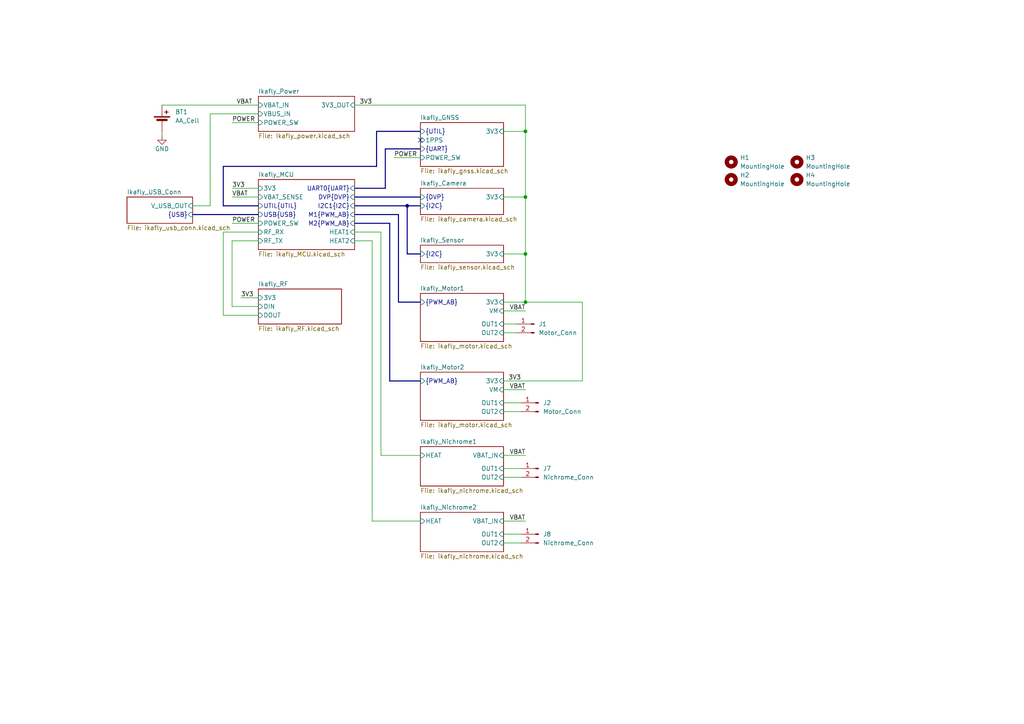
<source format=kicad_sch>
(kicad_sch (version 20230121) (generator eeschema)
  (paper "A4")
  (title_block (title "Ikafly Main Board"))
  (lib_symbols
    (symbol "Connector:Conn_01x02_Pin" (pin_names (offset 1.016) hide)
      (property "Reference" "J" (at 0 2.54 0))
      (property "Value" "Conn_01x02_Pin" (at 0 -5.08 0))
      (symbol "Conn_01x02_Pin_1_1"
        (polyline (pts (xy 1.27 -2.54) (xy 0.8636 -2.54)) (stroke (width 0.1524)))
        (polyline (pts (xy 1.27 0) (xy 0.8636 0)) (stroke (width 0.1524)))
        (rectangle (start 0.8636 -2.413) (end 0 -2.667) (stroke (width 0.1524)) (fill (type outline)))
        (rectangle (start 0.8636 0.127) (end 0 -0.127) (stroke (width 0.1524)) (fill (type outline)))
        (pin passive line (at 5.08 0 180) (length 3.81) (name "Pin_1") (number "1"))
        (pin passive line (at 5.08 -2.54 180) (length 3.81) (name "Pin_2") (number "2"))
      )
    )
    (symbol "Device:Battery_Cell" (pin_numbers hide) (pin_names (offset 0) hide)
      (property "Reference" "BT" (at 2.54 2.54 0))
      (property "Value" "Battery_Cell" (at 2.54 0 0))
      (symbol "Battery_Cell_0_1"
        (rectangle (start -2.286 1.778) (end 2.286 1.524) (fill (type outline)))
        (rectangle (start -1.524 1.016) (end 1.524 0.508) (fill (type outline)))
        (polyline (pts (xy 0 0.762) (xy 0 0)))
        (polyline (pts (xy 0 1.778) (xy 0 2.54)))
        (polyline (pts (xy 0.762 3.048) (xy 1.778 3.048)) (stroke (width 0.254)))
        (polyline (pts (xy 1.27 3.556) (xy 1.27 2.54)) (stroke (width 0.254)))
      )
      (symbol "Battery_Cell_1_1"
        (pin passive line (at 0 5.08 270) (length 2.54) (name "+") (number "1"))
        (pin passive line (at 0 -2.54 90) (length 2.54) (name "-") (number "2"))
      )
    )
    (symbol "Mechanical:MountingHole" (pin_names (offset 1.016))
      (property "Reference" "H" (at 0 5.08 0))
      (property "Value" "MountingHole" (at 0 3.175 0))
      (symbol "MountingHole_0_1"
        (circle (center 0 0) (radius 1.27) (stroke (width 1.27)))
      )
    )
    (symbol "power:GND" (power) (pin_names (offset 0))
      (property "Value" "GND" (at 0 -3.81 0))
      (symbol "GND_0_1"
        (polyline (pts (xy 0 0) (xy 0 -1.27) (xy 1.27 -1.27) (xy 0 -2.54) (xy -1.27 -1.27) (xy 0 -1.27)))
      )
      (symbol "GND_1_1"
        (pin power_in line (at 0 0 270) (length 0) hide (name "GND") (number "1"))
      )
    )
  )
  (bus_alias "I2C" (members "SDA" "SCL"))
  (junction (at 152.4 73.66))
  (junction (at 152.4 57.15))
  (junction (at 152.4 87.63))
  (junction (at 152.4 38.1))
  (junction (at 118.11 59.69))
  (no_connect (at 121.92 40.64))
  (wire (pts (xy 121.92 132.08) (xy 110.49 132.08)))
  (wire (pts (xy 64.77 67.31) (xy 74.93 67.31)))
  (wire (pts (xy 69.85 86.36) (xy 74.93 86.36)))
  (wire (pts (xy 67.31 69.85) (xy 67.31 88.9)))
  (wire (pts (xy 67.31 54.61) (xy 74.93 54.61)))
  (wire (pts (xy 146.05 113.03) (xy 152.4 113.03)))
  (bus (pts (xy 115.57 62.23) (xy 115.57 87.63)))
  (wire (pts (xy 110.49 132.08) (xy 110.49 67.31)))
  (bus (pts (xy 113.03 110.49) (xy 121.92 110.49)))
  (wire (pts (xy 152.4 73.66) (xy 152.4 87.63)))
  (wire (pts (xy 64.77 91.44) (xy 64.77 67.31)))
  (wire (pts (xy 67.31 64.77) (xy 74.93 64.77)))
  (wire (pts (xy 74.93 88.9) (xy 67.31 88.9)))
  (wire (pts (xy 121.92 151.13) (xy 107.95 151.13)))
  (wire (pts (xy 168.91 87.63) (xy 152.4 87.63)))
  (bus (pts (xy 102.87 62.23) (xy 115.57 62.23)))
  (wire (pts (xy 146.05 135.89) (xy 151.13 135.89)))
  (wire (pts (xy 146.05 93.98) (xy 149.86 93.98)))
  (wire (pts (xy 168.91 110.49) (xy 168.91 87.63)))
  (bus (pts (xy 118.11 59.69) (xy 121.92 59.69)))
  (wire (pts (xy 146.05 157.48) (xy 151.13 157.48)))
  (bus (pts (xy 102.87 54.61) (xy 111.76 54.61)))
  (wire (pts (xy 146.05 87.63) (xy 152.4 87.63)))
  (wire (pts (xy 146.05 96.52) (xy 149.86 96.52)))
  (wire (pts (xy 46.99 38.1) (xy 46.99 39.37)))
  (wire (pts (xy 146.05 57.15) (xy 152.4 57.15)))
  (wire (pts (xy 60.96 59.69) (xy 60.96 33.02)))
  (wire (pts (xy 152.4 30.48) (xy 152.4 38.1)))
  (bus (pts (xy 109.22 38.1) (xy 121.92 38.1)))
  (wire (pts (xy 152.4 38.1) (xy 152.4 57.15)))
  (wire (pts (xy 67.31 35.56) (xy 74.93 35.56)))
  (wire (pts (xy 146.05 38.1) (xy 152.4 38.1)))
  (bus (pts (xy 102.87 64.77) (xy 113.03 64.77)))
  (wire (pts (xy 146.05 119.38) (xy 151.13 119.38)))
  (bus (pts (xy 102.87 59.69) (xy 118.11 59.69)))
  (wire (pts (xy 146.05 132.08) (xy 152.4 132.08)))
  (wire (pts (xy 146.05 110.49) (xy 168.91 110.49)))
  (wire (pts (xy 107.95 151.13) (xy 107.95 69.85)))
  (wire (pts (xy 146.05 138.43) (xy 151.13 138.43)))
  (wire (pts (xy 107.95 69.85) (xy 102.87 69.85)))
  (wire (pts (xy 146.05 116.84) (xy 151.13 116.84)))
  (bus (pts (xy 111.76 43.18) (xy 121.92 43.18)))
  (wire (pts (xy 110.49 67.31) (xy 102.87 67.31)))
  (wire (pts (xy 60.96 59.69) (xy 55.88 59.69)))
  (bus (pts (xy 64.77 48.26) (xy 109.22 48.26)))
  (bus (pts (xy 113.03 64.77) (xy 113.03 110.49)))
  (wire (pts (xy 60.96 33.02) (xy 74.93 33.02)))
  (bus (pts (xy 115.57 87.63) (xy 121.92 87.63)))
  (bus (pts (xy 102.87 57.15) (xy 121.92 57.15)))
  (wire (pts (xy 146.05 90.17) (xy 152.4 90.17)))
  (wire (pts (xy 146.05 154.94) (xy 151.13 154.94)))
  (bus (pts (xy 111.76 54.61) (xy 111.76 43.18)))
  (wire (pts (xy 146.05 151.13) (xy 152.4 151.13)))
  (bus (pts (xy 55.88 62.23) (xy 74.93 62.23)))
  (wire (pts (xy 67.31 69.85) (xy 74.93 69.85)))
  (wire (pts (xy 67.31 57.15) (xy 74.93 57.15)))
  (wire (pts (xy 146.05 73.66) (xy 152.4 73.66)))
  (bus (pts (xy 64.77 59.69) (xy 64.77 48.26)))
  (wire (pts (xy 74.93 91.44) (xy 64.77 91.44)))
  (bus (pts (xy 109.22 48.26) (xy 109.22 38.1)))
  (wire (pts (xy 152.4 57.15) (xy 152.4 73.66)))
  (wire (pts (xy 114.3 45.72) (xy 121.92 45.72)))
  (bus (pts (xy 74.93 59.69) (xy 64.77 59.69)))
  (wire (pts (xy 46.99 30.48) (xy 74.93 30.48)))
  (wire (pts (xy 102.87 30.48) (xy 152.4 30.48)))
  (bus (pts (xy 118.11 73.66) (xy 118.11 59.69)))
  (bus (pts (xy 118.11 73.66) (xy 121.92 73.66)))
  (label "3V3" (at 151.13 110.49 180))
  (label "3V3" (at 107.95 30.48 180))
  (label "VBAT" (at 152.4 151.13 180))
  (label "VBAT" (at 68.58 30.48 0))
  (label "POWER" (at 67.31 64.77 0))
  (label "VBAT" (at 152.4 90.17 180))
  (label "VBAT" (at 67.31 57.15 0))
  (label "3V3" (at 67.31 54.61 0))
  (label "VBAT" (at 152.4 113.03 180))
  (label "POWER" (at 67.31 35.56 0))
  (label "3V3" (at 69.85 86.36 0))
  (label "VBAT" (at 152.4 132.08 180))
  (label "POWER" (at 114.3 45.72 0))
  (symbol (lib_id "Connector:Conn_01x02_Pin") (at 156.21 154.94 0) (mirror y) (unit 1)
    (property "Reference" "J8" (at 157.48 154.94 0) (effects (justify right)))
    (property "Value" "Nichrome_Conn" (at 157.48 157.48 0) (effects (justify right)))
    (property "Footprint" "Ikafly_lib:JST_ZH_2_Side" (effects hide))
  )
  (symbol (lib_id "Connector:Conn_01x02_Pin") (at 156.21 116.84 0) (mirror y) (unit 1)
    (property "Reference" "J2" (at 157.48 116.84 0) (effects (justify right)))
    (property "Value" "Motor_Conn" (at 157.48 119.38 0) (effects (justify right)))
    (property "Footprint" "Ikafly_lib:JST_ZH_2_Side" (effects hide))
  )
  (symbol (lib_id "Mechanical:MountingHole") (at 212.09 46.99 0) (unit 1)
    (property "Reference" "H1" (at 214.63 45.72 0) (effects (justify left)))
    (property "Value" "MountingHole" (at 214.63 48.26 0) (effects (justify left)))
    (property "Footprint" "MountingHole:MountingHole_2.2mm_M2" (effects hide))
  )
  (symbol (lib_id "Connector:Conn_01x02_Pin") (at 154.94 93.98 0) (mirror y) (unit 1)
    (property "Reference" "J1" (at 156.21 93.98 0) (effects (justify right)))
    (property "Value" "Motor_Conn" (at 156.21 96.52 0) (effects (justify right)))
    (property "Footprint" "Ikafly_lib:JST_ZH_2_Side" (effects hide))
  )
  (symbol (lib_id "Mechanical:MountingHole") (at 231.14 46.99 0) (unit 1)
    (property "Reference" "H3" (at 233.68 45.72 0) (effects (justify left)))
    (property "Value" "MountingHole" (at 233.68 48.26 0) (effects (justify left)))
    (property "Footprint" "MountingHole:MountingHole_2.2mm_M2" (effects hide))
  )
  (symbol (lib_id "Device:Battery_Cell") (at 46.99 35.56 0) (unit 1)
    (property "Reference" "BT1" (at 50.8 32.4485 0) (effects (justify left)))
    (property "Value" "AA_Cell" (at 50.8 34.9885 0) (effects (justify left)))
    (property "Footprint" "Ikafly_lib:Conn_MY-AA" (effects hide))
    (property "LCSC" "C6937103" (effects hide))
  )
  (symbol (lib_id "Mechanical:MountingHole") (at 212.09 52.07 0) (unit 1)
    (property "Reference" "H2" (at 214.63 50.8 0) (effects (justify left)))
    (property "Value" "MountingHole" (at 214.63 53.34 0) (effects (justify left)))
    (property "Footprint" "MountingHole:MountingHole_2.2mm_M2" (effects hide))
  )
  (symbol (lib_id "Mechanical:MountingHole") (at 231.14 52.07 0) (unit 1)
    (property "Reference" "H4" (at 233.68 50.8 0) (effects (justify left)))
    (property "Value" "MountingHole" (at 233.68 53.34 0) (effects (justify left)))
    (property "Footprint" "MountingHole:MountingHole_2.2mm_M2" (effects hide))
  )
  (symbol (lib_id "Connector:Conn_01x02_Pin") (at 156.21 135.89 0) (mirror y) (unit 1)
    (property "Reference" "J7" (at 157.48 135.89 0) (effects (justify right)))
    (property "Value" "Nichrome_Conn" (at 157.48 138.43 0) (effects (justify right)))
    (property "Footprint" "Ikafly_lib:JST_ZH_2_Side" (effects hide))
  )
  (symbol (lib_id "power:GND") (at 46.99 39.37 0) (unit 1)
    (property "Reference" "#PWR01" (effects hide))
    (property "Value" "GND" (at 46.99 43.18 0))
  )
  (sheet (at 74.93 83.82) (size 24.13 10.16) (stroke (width 0.1524))
    (property "Sheetname" "Ikafly_RF" (at 74.93 83.1084 0) (effects (justify left bottom)))
    (property "Sheetfile" "ikafly_RF.kicad_sch" (at 74.93 94.5646 0) (effects (justify left top)))
    (pin "3V3" input (at 74.93 86.36 180))
    (pin "DIN" input (at 74.93 88.9 180))
    (pin "DOUT" input (at 74.93 91.44 180))
  )
  (sheet (at 74.93 52.07) (size 27.94 20.32) (stroke (width 0.1524))
    (property "Sheetname" "Ikafly_MCU" (at 74.93 51.3584 0) (effects (justify left bottom)))
    (property "Sheetfile" "ikafly_MCU.kicad_sch" (at 74.93 72.9746 0) (effects (justify left top)))
    (pin "RF_TX" input (at 74.93 69.85 180))
    (pin "3V3" input (at 74.93 54.61 180))
    (pin "DVP{DVP}" input (at 102.87 57.15 0))
    (pin "I2C1{I2C}" input (at 102.87 59.69 0))
    (pin "UART0{UART}" input (at 102.87 54.61 0))
    (pin "VBAT_SENSE" input (at 74.93 57.15 180))
    (pin "M1{PWM_AB}" input (at 102.87 62.23 0))
    (pin "M2{PWM_AB}" input (at 102.87 64.77 0))
    (pin "USB{USB}" input (at 74.93 62.23 180))
    (pin "POWER_SW" input (at 74.93 64.77 180))
    (pin "UTIL{UTIL}" input (at 74.93 59.69 180))
    (pin "HEAT1" input (at 102.87 67.31 0))
    (pin "HEAT2" input (at 102.87 69.85 0))
    (pin "RF_RX" input (at 74.93 67.31 180))
  )
  (sheet (at 121.92 129.54) (size 24.13 11.43) (stroke (width 0.1524))
    (property "Sheetname" "Ikafly_Nichrome1" (at 121.92 128.8284 0) (effects (justify left bottom)))
    (property "Sheetfile" "ikafly_nichrome.kicad_sch" (at 121.92 141.5546 0) (effects (justify left top)))
    (pin "HEAT" input (at 121.92 132.08 180))
    (pin "OUT2" input (at 146.05 138.43 0))
    (pin "OUT1" input (at 146.05 135.89 0))
    (pin "VBAT_IN" input (at 146.05 132.08 0))
  )
  (sheet (at 36.83 57.15) (size 19.05 7.62) (stroke (width 0.1524))
    (property "Sheetname" "Ikafly_USB_Conn" (at 36.83 56.4384 0) (effects (justify left bottom)))
    (property "Sheetfile" "ikafly_usb_conn.kicad_sch" (at 36.83 65.3546 0) (effects (justify left top)))
    (pin "V_USB_OUT" input (at 55.88 59.69 0))
    (pin "{USB}" input (at 55.88 62.23 0))
  )
  (sheet (at 74.93 27.94) (size 27.94 10.16) (stroke (width 0.1524))
    (property "Sheetname" "Ikafly_Power" (at 74.93 27.2284 0) (effects (justify left bottom)))
    (property "Sheetfile" "Ikafly_power.kicad_sch" (at 74.93 38.6846 0) (effects (justify left top)))
    (pin "VBUS_IN" input (at 74.93 33.02 180))
    (pin "VBAT_IN" input (at 74.93 30.48 180))
    (pin "POWER_SW" input (at 74.93 35.56 180))
    (pin "3V3_OUT" input (at 102.87 30.48 0))
  )
  (sheet (at 121.92 54.61) (size 24.13 7.62) (stroke (width 0.1524))
    (property "Sheetname" "Ikafly_Camera" (at 121.92 53.8984 0) (effects (justify left bottom)))
    (property "Sheetfile" "ikafly_camera.kicad_sch" (at 121.92 62.8146 0) (effects (justify left top)))
    (pin "3V3" input (at 146.05 57.15 0))
    (pin "{DVP}" input (at 121.92 57.15 180))
    (pin "{I2C}" input (at 121.92 59.69 180))
  )
  (sheet (at 121.92 35.56) (size 24.13 12.7) (stroke (width 0.1524))
    (property "Sheetname" "Ikafly_GNSS" (at 121.92 34.8484 0) (effects (justify left bottom)))
    (property "Sheetfile" "ikafly_gnss.kicad_sch" (at 121.92 48.8446 0) (effects (justify left top)))
    (pin "3V3" input (at 146.05 38.1 0))
    (pin "1PPS" input (at 121.92 40.64 180))
    (pin "{UART}" input (at 121.92 43.18 180))
    (pin "{UTIL}" input (at 121.92 38.1 180))
    (pin "POWER_SW" input (at 121.92 45.72 180))
  )
  (sheet (at 121.92 148.59) (size 24.13 11.43) (stroke (width 0.1524))
    (property "Sheetname" "Ikafly_Nichrome2" (at 121.92 147.8784 0) (effects (justify left bottom)))
    (property "Sheetfile" "ikafly_nichrome.kicad_sch" (at 121.92 160.6046 0) (effects (justify left top)))
    (pin "HEAT" input (at 121.92 151.13 180))
    (pin "OUT2" input (at 146.05 157.48 0))
    (pin "OUT1" input (at 146.05 154.94 0))
    (pin "VBAT_IN" input (at 146.05 151.13 0))
  )
  (sheet (at 121.92 71.12) (size 24.13 5.08) (stroke (width 0.1524))
    (property "Sheetname" "Ikafly_Sensor" (at 121.92 70.4084 0) (effects (justify left bottom)))
    (property "Sheetfile" "ikafly_sensor.kicad_sch" (at 121.92 76.7846 0) (effects (justify left top)))
    (pin "3V3" input (at 146.05 73.66 0))
    (pin "{I2C}" input (at 121.92 73.66 180))
  )
  (sheet (at 121.92 107.95) (size 24.13 13.97) (stroke (width 0.1524))
    (property "Sheetname" "Ikafly_Motor2" (at 121.92 107.2384 0) (effects (justify left bottom)))
    (property "Sheetfile" "ikafly_motor.kicad_sch" (at 121.92 122.5046 0) (effects (justify left top)))
    (pin "3V3" input (at 146.05 110.49 0))
    (pin "VM" input (at 146.05 113.03 0))
    (pin "{PWM_AB}" input (at 121.92 110.49 180))
    (pin "OUT2" input (at 146.05 119.38 0))
    (pin "OUT1" input (at 146.05 116.84 0))
  )
  (sheet (at 121.92 85.09) (size 24.13 13.97) (stroke (width 0.1524))
    (property "Sheetname" "Ikafly_Motor1" (at 121.92 84.3784 0) (effects (justify left bottom)))
    (property "Sheetfile" "ikafly_motor.kicad_sch" (at 121.92 99.6446 0) (effects (justify left top)))
    (pin "3V3" input (at 146.05 87.63 0))
    (pin "VM" input (at 146.05 90.17 0))
    (pin "{PWM_AB}" input (at 121.92 87.63 180))
    (pin "OUT2" input (at 146.05 96.52 0))
    (pin "OUT1" input (at 146.05 93.98 0))
  )
)
</source>
